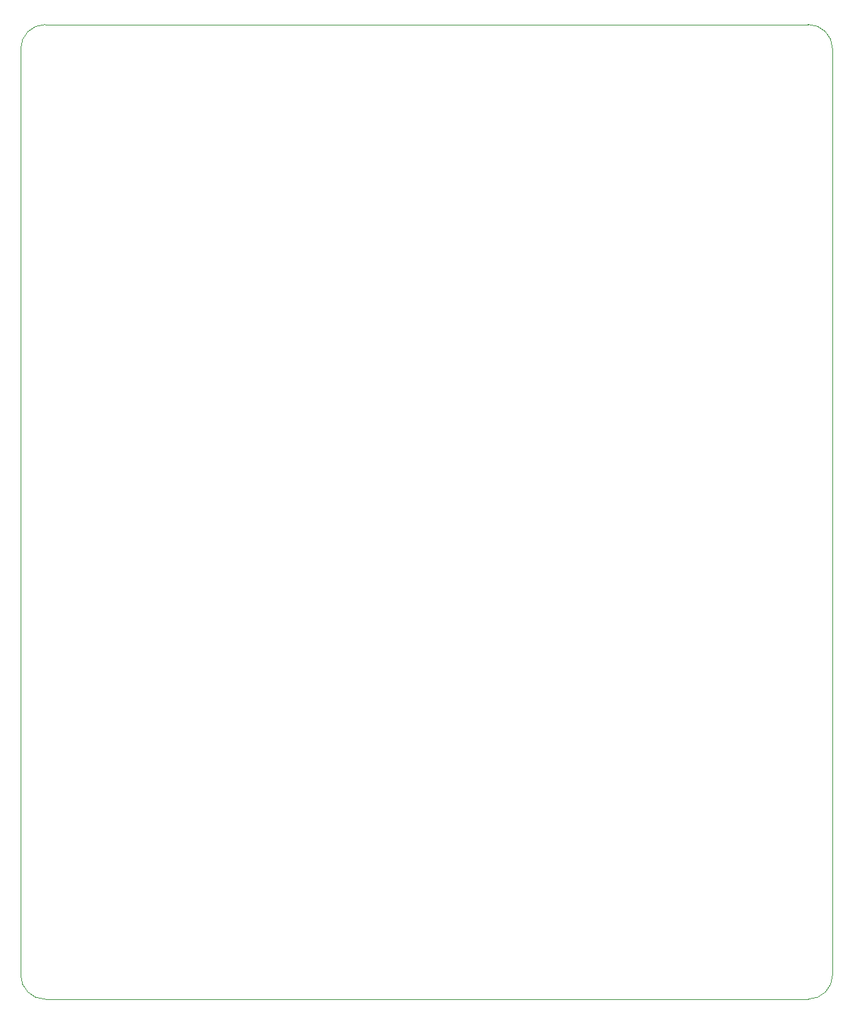
<source format=gm1>
G04 #@! TF.GenerationSoftware,KiCad,Pcbnew,9.0.0*
G04 #@! TF.CreationDate,2025-03-14T14:49:40-04:00*
G04 #@! TF.ProjectId,MiniCamel_long_rev.A,4d696e69-4361-46d6-956c-5f6c6f6e675f,2.1*
G04 #@! TF.SameCoordinates,PX16e3600PY6052340*
G04 #@! TF.FileFunction,Profile,NP*
%FSLAX46Y46*%
G04 Gerber Fmt 4.6, Leading zero omitted, Abs format (unit mm)*
G04 Created by KiCad (PCBNEW 9.0.0) date 2025-03-14 14:49:40*
%MOMM*%
%LPD*%
G01*
G04 APERTURE LIST*
G04 #@! TA.AperFunction,Profile*
%ADD10C,0.100000*%
G04 #@! TD*
G04 APERTURE END LIST*
D10*
X18610000Y-50148680D02*
G75*
G02*
X15610020Y-47148680I0J2999980D01*
G01*
X18610000Y-50148680D02*
X112610000Y-50148680D01*
X115610000Y-47148680D02*
X115610000Y66851320D01*
X112610000Y69851320D02*
G75*
G02*
X115610020Y66851320I0J-3000020D01*
G01*
X15610000Y66850000D02*
X15610000Y-47148680D01*
X112610000Y69851320D02*
X18610000Y69851320D01*
X15610000Y66850000D02*
G75*
G02*
X18610000Y69850000I3000000J0D01*
G01*
X115610000Y-47148680D02*
G75*
G02*
X112610000Y-50148700I-3000000J-20D01*
G01*
M02*

</source>
